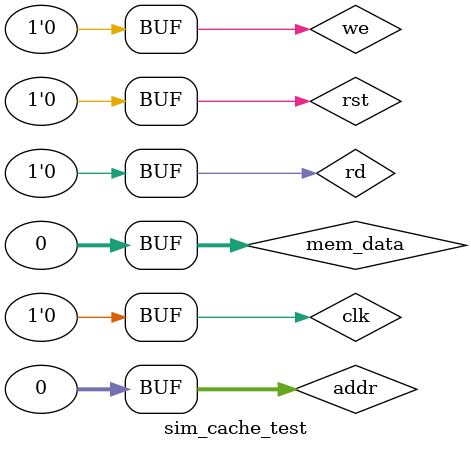
<source format=v>
`timescale 1ns / 1ps


module sim_cache_test;

	// Inputs
	reg clk;
	reg rst;
	reg we;
	reg [31:0] mem_data;
	reg rd;
	reg [31:0] addr;

	// Outputs
	wire [31:0] mem_addr;
	wire valid;
	wire [31:0] data;
	//wire [31:0] reg_addr;
	wire hit,miss;
	wire [2:0] way;
	wire [23:0] tag,tag_check;
	wire [1:0] lru1,lru2,lru3,lru4;
	wire [5:0] state;

	// Instantiate the Unit Under Test (UUT)
	cache_test uut (
		.clk(clk), 
		.rst(rst), 
		.we(we), 
		.mem_data(mem_data), 
		.mem_addr(mem_addr), 
		.rd(rd), 
		.addr(addr), 
		.valid(valid), 
		.data(data),
		//.reg_addr(reg_addr),
		.hit(hit),
		.miss(miss),
		.way(way),
		.tag(tag),
		.tag_check(tag_check),
		.lru1(lru1),
		.lru2(lru2),
		.lru3(lru3),
		.lru4(lru4),
		
		.state(state)
	);

	initial begin
		// Initialize Inputs
		clk = 0;
		rst = 0;
		we = 0;
		mem_data = 0;
		rd = 0;
		addr = 0;

		// Wait 100 ns for global reset to finish
		#100;
        
		// Add stimulus here
		#5
		clk=1;
		#5
		clk=0;
		#5
		clk=1;
		rd=1;
		addr=32'hFFFF_DC00;
		#5
		clk=0;
		#5
		clk=1;
		rd=0;
		addr=32'h0000_0000;
		#5
		clk=0;
		#5
		clk=1;
		#5
		clk=0;
		#5
		clk=1;
		#5
		clk=0;
		#5
		clk=1;
		#5
		clk=0;
		#5
		clk=1;
		#5
		clk=0;
		#5
		clk=1;
		#5
		clk=0;
		#5
		clk=1;
		#5
		clk=0;
		#5
		clk=1;
		#5
		clk=0;
		#5
		clk=1;
		#5
		clk=0;
		mem_data <= 32'h ABCD_0000;
		#5
		clk=1;
		we=1;
		mem_data <= 32'h ABCD_0000;
		#5
		clk=0;
		#5
		clk=1;
		mem_data <= 32'h0000_0000;
		we=0;
		#5
		clk=0;
		#5
		clk=1;
		#5
		clk=0;
		#5
		clk=1;
		#5
		clk=0;
		#5
		clk=1;
		#5
		clk=0;
		#5
		clk=1;
		#5
		clk=0;
		#5
		clk=1;
		#5
		clk=0;
		#5
		clk=1;
		#5
		clk=0;
		#5
		clk=1;
		#5
		clk=0;
		#5
		clk=1;
		#5
		clk=0;
		#5
		clk=1;
		#5
		clk=0;
		#5
		clk=1;
		#5
		clk=0;
		#5
		clk=1;
		#5
		clk=0;
		#5
		clk=1;
		#5
		clk=0;
		#5
		clk=1;
		#5
		clk=0;
		#5
		clk=1;
		#5
		clk=0;
		#5
		clk=1;
		#5
		clk=0;
		#5
		clk=1;
		#5
		clk=0;
		#5
		clk=1;
		#5
		clk=0;
		#5
		clk=1;
		rd=1;
		addr = 32'hDDDD_DD00;
		#5
		clk=0;
		#5
		clk=1;
		rd=0;
		addr =32'h0000_0000;
		#5
		clk=0;
		#5
		clk=1;
		#5
		clk=0;
		#5
		clk=1;
		#5
		clk=0;
		#5
		clk=1;
		#5
		clk=0;
		#5
		clk=1;
		#5
		clk=0;
		#5
		clk=1;
		#5
		clk=0;
		#5
		clk=1;
		#5
		clk=0;
		#5
		clk=1;
		#5
		clk=0;
		#5
		clk=1;
		#5
		clk=0;
		#5
		clk=1;
		#5
		clk=0;
		#5
		clk=1;
		#5
		clk=0;
		#5
		clk=1;
		#5
		clk=0;
		#5
		clk=1;
		#5
		clk=0;
		#5
		clk=1;
		#5
		clk=0;
		#5
		clk=1;
		#5
		clk=0;
		#5
		clk=1;
		#5
		clk=0;
		#5
		clk=1;
		#5
		clk=0;
		#5
		clk=1;
		#5
		clk=0;
		#5
		clk=1;
		#5
		clk=0;
		#5
		clk=1;
		#5
		clk=0;
		#5
		clk=1;
		#5
		clk=0;
		#5
		clk=1;
		#5
		clk=0;
		#5
		clk=1;
		#5
		clk=0;
		#5
		clk=1;
		#5
		clk=0;
		#5
		clk=1;
		#5
		clk=0;
		#5
		clk=1;
		#5
		clk=0;
		#5
		clk=1;
		#5
		clk=0;
		#5
		clk=1;
		#5
		clk=0;
		#5
		clk=1;
		#5
		clk=0;
		#5
		clk=1;
		#5
		clk=0;
		#5
		clk=1;
		#5
		clk=0;
		#5
		clk=1;
		#5
		clk=0;
		#5
		clk=1;
		#5
		clk=0;
		#5
		clk=1;
		#5
		clk=0;
		#5
		clk=1;
		rd=1;
		addr=32'hCCCC_CC00;
		#5
		clk=0;
		#5
		clk=1;
		rd=0;
		addr=32'h0000_0000;
		#5
		clk=0;
		#5
		clk=1;
		#5
		clk=0;
		#5
		clk=1;
		#5
		clk=0;
		#5
		clk=1;
		#5
		clk=0;
		#5
		clk=1;
		#5
		clk=0;
		#5
		clk=1;
		#5
		clk=0;
		#5
		clk=1;
		#5
		clk=0;
		#5
		clk=1;
		#5
		clk=0;
		#5
		clk=1;
		#5
		clk=0;
		mem_data = 32'h5678_5678;
		#5
		clk=1;
		we=1;
		mem_data = 32'h5678_5678;
		#5
		clk=0;
		#5
		clk=1;
		we=0;
		mem_data = 32'h0000_0000;
		#5
		clk=0;
		#5
		clk=1;
		#5
		clk=0;
		#5
		clk=1;
		#5
		clk=0;
		#5
		clk=1;
		#5
		clk=0;
		#5
		clk=1;
		#5
		clk=0;
		#5
		clk=1;
		#5
		clk=0;
		#5
		clk=1;
		#5
		clk=0;
		#5
		clk=1;
		#5
		clk=0;
		#5
		clk=1;
		#5
		clk=0;
		#5
		clk=1;
		rd=1;
		addr = 32'hFFFF_FF00;
		#5
		clk=0;
		#5
		clk=1;
		rd=0;
		addr = 32'h0000_0000;
		#5
		clk=0;
		#5
		clk=1;
		#5
		clk=0;
		#5
		clk=1;
		#5
		clk=0;
		#5
		clk=1;
		#5
		clk=0;
		#5
		clk=1;
		#5
		clk=0;
		#5
		clk=1;
		#5
		clk=0;
		#5
		clk=1;
		#5
		clk=0;
		#5
		clk=1;
		#5
		clk=0;
		#5
		clk=1;
		#5
		clk=0;
		#5
		clk=1;
		#5
		clk=0;
		#5
		clk=1;
		#5
		clk=0;
		#5
		clk=1;
		#5
		clk=0;
		#5
		clk=1;
		#5
		clk=0;
		#5
		clk=1;
		#5
		clk=0;
		#5
		clk=1;
		#5
		clk=0;
		#5
		clk=1;
		#5
		clk=0;
		#5
		clk=1;
		#5
		clk=0;
		#5
		clk=1;
		#5
		clk=0;
		#5
		clk=1;
		#5
		clk=0;
		#5
		clk=1;
		#5
		clk=0;
		#5
		clk=1;
		#5
		clk=0;
		#5
		clk=1;
		#5
		clk=0;
		#5
		clk=1;
		#5
		clk=0;
		#5
		clk=1;
		#5
		clk=0;
		#5
		clk=1;
		#5
		clk=0;
		#5
		clk=1;
		#5
		clk=0;
		#5
		clk=1;
		#5
		clk=0;
		#5
		clk=1;
		#5
		clk=0;
		#5
		clk=1;
		#5
		clk=0;
		#5
		clk=1;
		#5
		clk=0;
		#5
		clk=1;
		#5
		clk=0;
		#5
		clk=1;
		#5
		clk=0;
		#5
		clk=1;
		#5
		clk=0;
		#5
		clk=1;
		#5
		clk=0;
		#5
		clk=1;
		rd=1;
		addr = 32'h8888_8800;
		#5
		clk=0;
		#5
		clk=1;
		rd=0;
		addr = 32'h0000_0000;
		#5
		clk=0;
		#5
		clk=1;
		#5
		clk=0;
		#5
		clk=1;
		#5
		clk=0;
		#5
		clk=1;
		#5
		clk=0;
		#5
		clk=1;
		#5
		clk=0;
		#5
		clk=1;
		#5
		clk=0;
		#5
		clk=1;
		#5
		clk=0;
		#5
		clk=1;
		#5
		clk=0;
		#5
		clk=1;
		#5
		clk=0;
		#5
		clk=1;
		#5
		clk=0;
		#5
		clk=1;
		#5
		clk=0;
		mem_data=32'h1234_1234;
		#5
		clk=1;
		we=1;
		mem_data=32'h1234_1234;
		#5
		clk=0;
		#5
		clk=1;
		we=0;
		mem_data=32'h0000_0000;
		#5
		clk=0;
		#5
		clk=1;
		#5
		clk=0;
		#5
		clk=1;
		#5
		clk=0;
		#5
		clk=1;
		#5
		clk=0;
		#5
		clk=1;
		rd=1;
		//addr = 32'hDDDD_DD00;
		addr=32'hCCCC_CC00;
		#5
		clk=0;
		#5
		clk=1;
		rd=0;
		addr = 32'h0000_0000;
		#5
		clk=0;
		#5
		clk=1;
		#5
		clk=0;
		#5
		clk=1;
		#5
		clk=0;
		#5
		clk=1;
		#5
		clk=0;
		#5
		clk=1;
		#5
		clk=0;
		#5
		clk=1;
		#5
		clk=0;
		#5
		clk=1;
		#5
		clk=0;
		#5
		clk=1;
		#5
		clk=0;
		#5
		clk=1;
		#5
		clk=0;
		#5
		clk=1;
		#5
		clk=0;
		#5
		clk=1;
		#5
		clk=0;
		#5
		clk=1;
		#5
		clk=0;
		#5
		clk=1;
		#5
		clk=0;
		#5
		clk=1;
		#5
		clk=0;
		#5
		clk=1;
		#5
		clk=0;
		#5
		clk=1;
		#5
		clk=0;
		#5
		clk=1;
		#5
		clk=0;
		#5
		clk=1;
		rd=1;
		//addr=32'hCCCC_CC00;
		addr = 32'hDDDD_DD00;
		#5
		clk=0;
		#5
		clk=1;
		rd=0;
		addr=32'h0000_0000;
		#5
		clk=0;
		#5
		clk=1;
		#5
		clk=0;
		#5
		clk=1;
		#5
		clk=0;
		#5
		clk=1;
		#5
		clk=0;
		#5
		clk=1;
		#5
		clk=0;
		#5
		clk=1;
		#5
		clk=0;
		#5
		clk=1;
		#5
		clk=0;
		#5
		clk=1;
		#5
		clk=0;
		mem_data=32'h1111_1111;
		#5
		clk=1;
		we=1;
		mem_data=32'h1111_1111;
		#5
		clk=0;
		#5
		clk=1;
		we=0;
		mem_data=32'h0000_0000;
		#5
		clk=0;
		#5
		clk=1;
		#5
		clk=0;
		#5
		clk=1;
		#5
		clk=0;
		#5
		clk=1;
		#5
		clk=0;
		#5
		clk=1;
		#5
		clk=0;
		#5
		clk=1;
		#5
		clk=0;
		#5
		clk=1;
		#5
		clk=0;
		#5
		clk=1;
		#5
		clk=0;
		#5
		clk=1;
		#5
		clk=0;
		#5
		clk=1;
		#5
		clk=0;
		#5
		clk=1;
		#5
		clk=0;
		#5
		clk=1;
		#5
		clk=0;
		#5
		clk=1;
		#5
		clk=0;
		#5
		clk=1;
		#5
		clk=0;
		#5
		clk=1;
		#5
		clk=0;
		#5
		clk=1;
		#5
		clk=0;
		#5
		clk=1;
		#5
		clk=0;
		#5
		clk=1;
		#5
		clk=0;
		#5
		clk=1;
		#5
		clk=0;
		#5
		clk=1;
		#5
		clk=0;
		#5
		clk=1;
		#5
		clk=0;
		#5
		clk=1;
		#5
		clk=0;
		#5
		clk=1;
		#5
		clk=0;
		#5
		clk=1;
		#5
		clk=0;
		#5
		clk=1;
		#5
		clk=0;
		#5
		clk=1;
		#5
		clk=0;
		#5
		clk=1;
		#5
		clk=0;
		#5
		clk=1;
		#5
		clk=0;
		#5
		clk=1;
		#5
		clk=0;
		#5
		clk=1;
		#5
		clk=0;
		#5
		clk=1;
		#5
		clk=0;
		#5
		clk=1;
		#5
		clk=0;
		#5
		clk=1;
		#5
		clk=0;
		#5
		clk=1;
		#5
		clk=0;
		#5
		clk=1;
		#5
		clk=0;
		#5
		clk=1;
		#5
		clk=0;
		#5
		clk=1;
		#5
		clk=0;
		#5
		clk=1;
		#5
		clk=0;
		#5
		clk=1;
		rd=1;
		addr=32'habcd_0000;
		#5
		clk=0;
		#5
		clk=1;
		rd=0;
		addr = 32'h0000_0000;
		#5
		clk=0;
		#5
		clk=1;
		#5
		clk=0;
		#5
		clk=1;
		#5
		clk=0;
		#5
		clk=1;
		#5
		clk=0;
		#5
		clk=1;
		#5
		clk=0;
		#5
		clk=1;
		#5
		clk=0;
		#5
		clk=1;
		#5
		clk=0;
		#5
		clk=1;
		#5
		clk=0;
		#5
		clk=1;
		rd=1;
		addr = 32'h1111_1100;
		#5
		clk=0;
		#5
		clk=1;
		rd=0;
		addr = 32'h0000_0000;
		#5
		clk=0;
		#5
		clk=1;
		#5
		clk=0;
		#5
		clk=1;
		#5
		clk=0;
		#5
		clk=1;
		#5
		clk=0;
		#5
		clk=1;
		#5
		clk=0;
		#5
		clk=1;
		#5
		clk=0;
		#5
		clk=1;
		#5
		clk=0;
		#5
		clk=1;
		#5
		clk=0;
		#5
		clk=1;
		#5
		clk=0;
		#5
		clk=1;
		#5
		clk=0;
		#5
		clk=1;
		#5
		clk=0;
		#5
		clk=1;
		#5
		clk=0;
		#5
		clk=1;
		#5
		clk=0;
		#5
		clk=1;
		#5
		clk=0;
		#5
		clk=1;
		#5
		clk=0;
		#5
		clk=1;
		#5
		clk=0;
		

	end
      
endmodule


</source>
